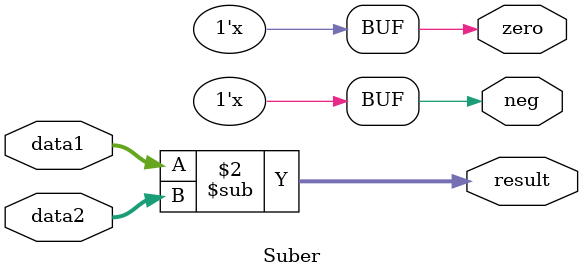
<source format=v>
/* 
 * File Name: Suber.v
 * Author:    ZHANG Baozhe
 * Date:      April , 2021
 * ----------------------------
 * This file implements the subtractor 
 * in the CPU
 * 
 */
`ifndef _SUBER
`define _SUBER

module Suber (
    input [31:0]        data1, 
    input [31:0]        data2, 
    output reg [31:0]   result,
    output reg          zero, 
    output reg          neg
);

    /* Inputs declaration */
    wire signed [31:0]  data1;
    wire signed [31:0]  data2;

    /* Main function */
    always @(*) begin
        result <= data1 - data2;
        zero <= (result == 32'b0);
        neg  <= (result < 0);
    end

endmodule
`endif
</source>
